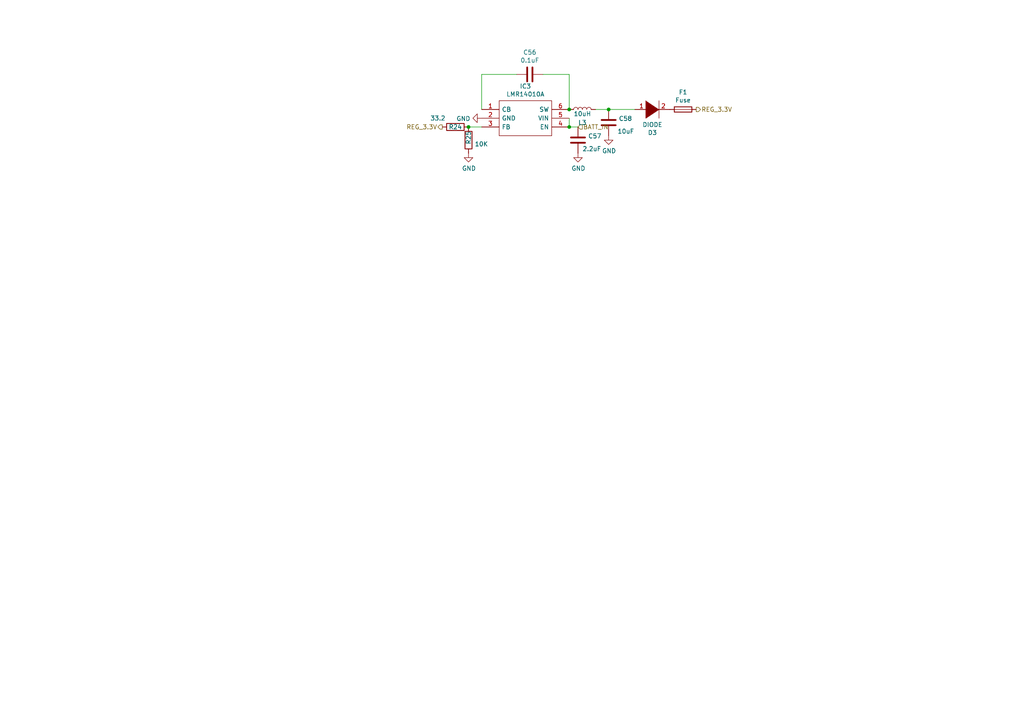
<source format=kicad_sch>
(kicad_sch (version 20210621) (generator eeschema)
  (paper "A4")
  (lib_symbols
    (symbol "Device:C" (pin_numbers hide) (pin_names (offset 0.254))
      (property "Reference" "C" (at 0.635 2.54 0))
      (property "Value" "Device_C" (at 0.635 -2.54 0))
      (symbol "C_0_1"
        (polyline (pts (xy -2.032 -0.762) (xy 2.032 -0.762)) (stroke (width 0.508)))
        (polyline (pts (xy -2.032 0.762) (xy 2.032 0.762)) (stroke (width 0.508)))
      )
      (symbol "C_1_1"
        (pin passive line (at 0 3.81 270) (length 2.794) (name "~") (number "1"))
        (pin passive line (at 0 -3.81 90) (length 2.794) (name "~") (number "2"))
      )
    )
    (symbol "Device:Fuse" (pin_numbers hide) (pin_names (offset 0))
      (property "Reference" "F" (at 2.032 0 90))
      (property "Value" "Device_Fuse" (at -1.905 0 90))
      (symbol "Fuse_0_1"
        (rectangle (start -0.762 -2.54) (end 0.762 2.54) (stroke (width 0.254)))
        (polyline (pts (xy 0 2.54) (xy 0 -2.54)))
      )
      (symbol "Fuse_1_1"
        (pin passive line (at 0 3.81 270) (length 1.27) (name "~") (number "1"))
        (pin passive line (at 0 -3.81 90) (length 1.27) (name "~") (number "2"))
      )
    )
    (symbol "Device:L" (pin_numbers hide) (pin_names (offset 1.016) hide)
      (property "Reference" "L" (at -1.27 0 90))
      (property "Value" "Device_L" (at 1.905 0 90))
      (symbol "L_0_1"
        (arc (start 0 -2.54) (mid 0.635 -1.905) (end 0 -1.27))
        (arc (start 0 -1.27) (mid 0.635 -0.635) (end 0 0))
        (arc (start 0 0) (mid 0.635 0.635) (end 0 1.27))
        (arc (start 0 1.27) (mid 0.635 1.905) (end 0 2.54))
      )
      (symbol "L_1_1"
        (pin passive line (at 0 3.81 270) (length 1.27) (name "1") (number "1"))
        (pin passive line (at 0 -3.81 90) (length 1.27) (name "2") (number "2"))
      )
    )
    (symbol "Device:R" (pin_numbers hide) (pin_names (offset 0))
      (property "Reference" "R" (at 2.032 0 90))
      (property "Value" "Device_R" (at 0 0 90))
      (symbol "R_0_1"
        (rectangle (start -1.016 -2.54) (end 1.016 2.54) (stroke (width 0.254)))
      )
      (symbol "R_1_1"
        (pin passive line (at 0 3.81 270) (length 1.27) (name "~") (number "1"))
        (pin passive line (at 0 -3.81 90) (length 1.27) (name "~") (number "2"))
      )
    )
    (symbol "LMR50410YQDBVRQ1:LMR50410YQDBVRQ1" (pin_names (offset 0.762))
      (property "Reference" "IC" (at 21.59 7.62 0))
      (property "Value" "LMR50410YQDBVRQ1" (at 21.59 5.08 0))
      (symbol "LMR50410YQDBVRQ1_0_0"
        (pin passive line (at 0 0 0) (length 5.08) (name "CB") (number "1"))
        (pin passive line (at 0 -2.54 0) (length 5.08) (name "GND") (number "2"))
        (pin passive line (at 0 -5.08 0) (length 5.08) (name "FB") (number "3"))
        (pin passive line (at 25.4 -5.08 180) (length 5.08) (name "EN") (number "4"))
        (pin passive line (at 25.4 -2.54 180) (length 5.08) (name "VIN") (number "5"))
        (pin passive line (at 25.4 0 180) (length 5.08) (name "SW") (number "6"))
      )
      (symbol "LMR50410YQDBVRQ1_0_1"
        (polyline (pts (xy 5.08 2.54) (xy 20.32 2.54) (xy 20.32 -7.62) (xy 5.08 -7.62) (xy 5.08 2.54)) (stroke (width 0.1524)))
      )
    )
    (symbol "power:GND" (power) (pin_names (offset 0))
      (property "Value" "power_GND" (at 0 -3.81 0))
      (symbol "GND_0_1"
        (polyline (pts (xy 0 0) (xy 0 -1.27) (xy 1.27 -1.27) (xy 0 -2.54) (xy -1.27 -1.27) (xy 0 -1.27)))
      )
      (symbol "GND_1_1"
        (pin power_in line (at 0 0 270) (length 0) hide (name "GND") (number "1"))
      )
    )
    (symbol "pspice:DIODE" (pin_names (offset 1.016) hide)
      (property "Reference" "D" (at 0 3.81 0))
      (property "Value" "pspice_DIODE" (at 0 -4.445 0))
      (symbol "DIODE_0_1"
        (polyline (pts (xy 1.905 2.54) (xy 1.905 -2.54)))
        (polyline (pts (xy -1.905 2.54) (xy -1.905 -2.54) (xy 1.905 0)) (fill (type outline)))
      )
      (symbol "DIODE_1_1"
        (pin input line (at -5.08 0 0) (length 3.81) (name "K") (number "1"))
        (pin input line (at 5.08 0 180) (length 3.81) (name "A") (number "2"))
      )
    )
  )
  (junction (at 135.89 36.83))
  (junction (at 176.53 31.75))
  (junction (at 165.1 36.83))
  (junction (at 165.1 31.75))
  (wire (pts (xy 139.7 21.59) (xy 149.86 21.59)))
  (wire (pts (xy 165.1 36.83) (xy 167.64 36.83)))
  (wire (pts (xy 157.48 21.59) (xy 165.1 21.59)))
  (wire (pts (xy 172.72 31.75) (xy 176.53 31.75)))
  (wire (pts (xy 165.1 34.29) (xy 165.1 36.83)))
  (wire (pts (xy 135.89 36.83) (xy 139.7 36.83)))
  (wire (pts (xy 184.15 31.75) (xy 176.53 31.75)))
  (wire (pts (xy 139.7 31.75) (xy 139.7 21.59)))
  (wire (pts (xy 165.1 21.59) (xy 165.1 31.75)))
  (hierarchical_label "BATT_IN" (shape input) (at 167.64 36.83 0))
  (hierarchical_label "REG_3.3V" (shape output) (at 128.27 36.83 180))
  (hierarchical_label "REG_3.3V" (shape output) (at 201.93 31.75 0))
  (symbol (lib_id "Device:C") (at 153.67 21.59 270) (unit 1)
    (property "Reference" "C56" (at 153.67 15.1892 90))
    (property "Value" "0.1uF" (at 153.67 17.5006 90))
    (property "Footprint" "Capacitor_SMD:C_0402_1005Metric" (effects hide))
  )
  (symbol (lib_id "Device:R") (at 132.08 36.83 90) (unit 1)
    (property "Reference" "R24" (at 132.08 36.83 90))
    (property "Value" "33.2" (at 127 34.29 90))
    (property "Footprint" "Resistor_SMD:R_0402_1005Metric" (effects hide))
  )
  (symbol (lib_id "Device:R") (at 135.89 40.64 180) (unit 1)
    (property "Reference" "R25" (at 135.89 41.91 90) (effects (justify right)))
    (property "Value" "10K" (at 137.668 41.783 0) (effects (justify right)))
    (property "Footprint" "Resistor_SMD:R_0402_1005Metric" (effects hide))
  )
  (symbol (lib_id "power:GND") (at 135.89 44.45 0) (unit 1)
    (property "Reference" "#PWR072" (effects hide))
    (property "Value" "GND" (at 136.017 48.8442 0))
  )
  (symbol (lib_id "Device:C") (at 176.53 35.56 0) (unit 1)
    (property "Reference" "C58" (at 179.451 34.3916 0) (effects (justify left)))
    (property "Value" "10uF" (at 179.07 38.1 0) (effects (justify left)))
    (property "Footprint" "Capacitor_SMD:C_0805_2012Metric" (effects hide))
  )
  (symbol (lib_id "Device:C") (at 167.64 40.64 0) (unit 1)
    (property "Reference" "C57" (at 170.561 39.4716 0) (effects (justify left)))
    (property "Value" "2.2uF" (at 168.91 43.18 0) (effects (justify left)))
    (property "Footprint" "Capacitor_SMD:C_0805_2012Metric" (effects hide))
  )
  (symbol (lib_id "Device:L") (at 168.91 31.75 90) (unit 1)
    (property "Reference" "L3" (at 168.91 35.56 90))
    (property "Value" "10uH" (at 168.91 33.02 90))
    (property "Footprint" "Inductor_SMD:L_0805_2012Metric" (effects hide))
  )
  (symbol (lib_id "pspice:DIODE") (at 189.23 31.75 0) (unit 1)
    (property "Reference" "D3" (at 189.23 38.481 0))
    (property "Value" "DIODE" (at 189.23 36.1696 0))
    (property "Footprint" "Diode_SMD:D_SOD-123F" (effects hide))
  )
  (symbol (lib_id "LMR50410YQDBVRQ1:LMR50410YQDBVRQ1") (at 139.7 31.75 0) (unit 1)
    (property "Reference" "IC3" (at 152.4 25.019 0))
    (property "Value" "LMR14010A" (at 152.4 27.3304 0))
    (property "Footprint" "Package_TO_SOT_SMD:SOT-23-6" (effects hide))
    (property "Datasheet" "https://www.ti.com/lit/ds/symlink/lmr50410-q1.pdf?ts=1599768400389&ref_url=https%253A%252F%252Fwww.ti.com%252Fstore%252Fti%252Fen%252Fp%252Fproduct%252F%253Fp%253DLMR50410YQDBVRQ1" (effects hide))
    (property "Description" "Switching Voltage Regulators Automotive qualified SIMPLE SWITCHER 4-V to 36-V, 1-A synchronous step-down converter 6-SOT-23 -40 to 150" (effects hide))
    (property "Height" "1.45" (effects hide))
    (property "Manufacturer_Name" "Texas Instruments" (effects hide))
    (property "Manufacturer_Part_Number" "LMR50410YQDBVRQ1" (effects hide))
    (property "Arrow Part Number" "LMR50410YQDBVRQ1" (effects hide))
    (property "Arrow Price/Stock" "https://www.arrow.com/en/products/lmr50410yqdbvrq1/texas-instruments" (effects hide))
    (property "Mouser Part Number" "595-LMR50410YQDBVRQ1" (effects hide))
    (property "Mouser Price/Stock" "https://www.mouser.co.uk/ProductDetail/Texas-Instruments/LMR50410YQDBVRQ1?qs=bAKSY%2FctAC7Hv1DHEiqbKw%3D%3D" (effects hide))
  )
  (symbol (lib_id "power:GND") (at 139.7 34.29 270) (unit 1)
    (property "Reference" "#PWR073" (effects hide))
    (property "Value" "GND" (at 136.4488 34.417 90) (effects (justify right)))
  )
  (symbol (lib_id "power:GND") (at 167.64 44.45 0) (unit 1)
    (property "Reference" "#PWR074" (effects hide))
    (property "Value" "GND" (at 167.767 48.8442 0))
  )
  (symbol (lib_id "power:GND") (at 176.53 39.37 0) (unit 1)
    (property "Reference" "#PWR075" (effects hide))
    (property "Value" "GND" (at 176.657 43.7642 0))
  )
  (symbol (lib_id "Device:Fuse") (at 198.12 31.75 270) (unit 1)
    (property "Reference" "F1" (at 198.12 26.7462 90))
    (property "Value" "Fuse" (at 198.12 29.0576 90))
    (property "Footprint" "Fuse:Fuse_1206_3216Metric" (effects hide))
  )
)
</source>
